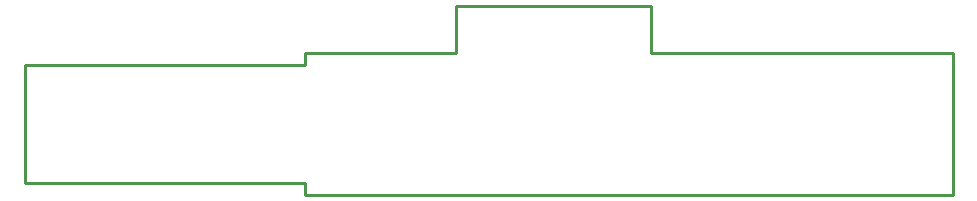
<source format=gm1>
G04 Layer_Color=48896*
%FSLAX25Y25*%
%MOIN*%
G70*
G01*
G75*
%ADD32C,0.01000*%
D32*
X309252Y0D02*
Y47244D01*
X208760D02*
X309252D01*
X210827Y0D02*
X309252D01*
X93405Y47244D02*
X143831D01*
Y62992D01*
X208760D01*
Y47244D02*
Y62992D01*
X0Y3937D02*
Y43307D01*
X93406Y0D02*
X210827D01*
X93406Y43307D02*
Y47244D01*
X0Y43307D02*
X93406D01*
Y0D02*
Y3937D01*
X0D02*
X93406D01*
M02*

</source>
